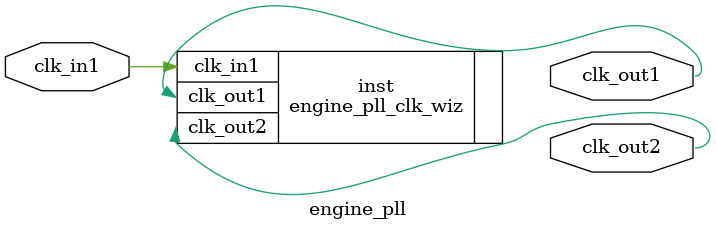
<source format=v>


`timescale 1ps/1ps

(* CORE_GENERATION_INFO = "engine_pll,clk_wiz_v5_4_3_0,{component_name=engine_pll,use_phase_alignment=true,use_min_o_jitter=false,use_max_i_jitter=false,use_dyn_phase_shift=false,use_inclk_switchover=false,use_dyn_reconfig=false,enable_axi=0,feedback_source=FDBK_AUTO,PRIMITIVE=MMCM,num_out_clk=2,clkin1_period=10.000,clkin2_period=10.000,use_power_down=false,use_reset=false,use_locked=false,use_inclk_stopped=false,feedback_type=SINGLE,CLOCK_MGR_TYPE=NA,manual_override=false}" *)

module engine_pll 
 (
  // Clock out ports
  output        clk_out1,
  output        clk_out2,
 // Clock in ports
  input         clk_in1
 );

  engine_pll_clk_wiz inst
  (
  // Clock out ports  
  .clk_out1(clk_out1),
  .clk_out2(clk_out2),
 // Clock in ports
  .clk_in1(clk_in1)
  );

endmodule

</source>
